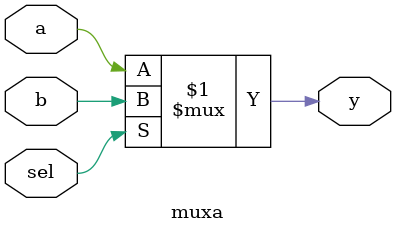
<source format=v>
`timescale 1ns / 1ps


module carry_select_adder(input [3:0]a,b,input cin , output [3:0]sum ,output carry);

wire o0,o1,o2,o3;
wire p0,p1,p2,p3;
wire c1,c2,c3,c4,c5,c6,c7,c8;



full_add aa(a[0],b[0],1'b0,o0,c1);
full_add aa1(a[1],b[1],c1,o1,c2);
full_add aa2(a[2],b[2],c2,o2,c3);
full_add aa3(a[3],b[3],c3,o3,c4);


full_add aa4(a[0],b[0],1'b1,p0,c5);
full_add aa5(a[1],b[1],c1,p1,c6);
full_add aa6(a[2],b[2],c2,p2,c7);
full_add aa7(a[3],b[3],c3,p3,c8);

muxa mm(cin,o0,p0,sum[0]);
muxa mm1(cin,o1,p1,sum[1]);
muxa mm2(cin,o2,p2,sum[2]);
muxa mm3(cin,o3,p3,sum[3]);

muxa mm4(cin,c4,c8,carry);





endmodule


module full_add(input [3:0]a,b , input cin , output [3:0]sum, output carry );

assign sum = a^b^cin;
assign carry = (a&b)|(b&cin)|(cin&a);

endmodule

module muxa(input sel, input a,b, output y);

assign y = sel ? b :a;

endmodule

</source>
